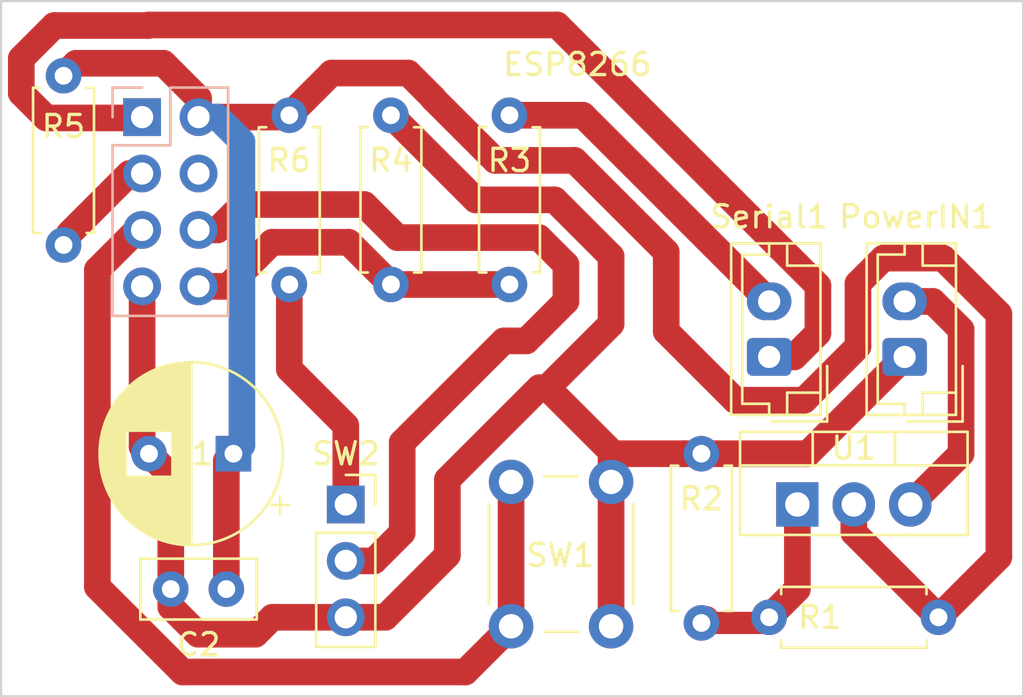
<source format=kicad_pcb>
(kicad_pcb (version 20221018) (generator pcbnew)
  (layers (0 "F.Cu" signal) (31 "B.Cu" signal) (34 "B.Paste" user) (35 "F.Paste" user) (36 "B.SilkS" user "B.Silkscreen") (37 "F.SilkS" user "F.Silkscreen") (38 "B.Mask" user) (39 "F.Mask" user) (44 "Edge.Cuts" user))
  (net 0 "")
  (net 1 "+3.3V")
  (net 2 "GND")
  (net 3 "TX")
  (net 4 "Net-(U1-ADJ)")
  (net 5 "RX")
  (net 6 "Net-(SW2A-A)")
  (net 7 "VCC")
  (net 8 "Net-(ESP8266-Pin_3)")
  (net 10 "Net-(ESP8266-Pin_5)")
  (net 11 "Net-(ESP8266-Pin_6)")
  (net 12 "Net-(ESP8266-Pin_8)")
  (footprint "Connector_PinSocket_2.54mm:PinSocket_1x03_P2.54mm_Vertical" (layer "F.Cu") (at 169.164 107.442)
    (fp_text reference "SW2" (at 0 -2.286 180) (layer "F.SilkS"))
    (fp_text value "SW_DPDT_x2")
    (fp_line (start -1.33 1.27) (end -1.33 6.41) (stroke (width 0.12)) (layer "F.SilkS"))
    (fp_line (start -1.33 1.27) (end 1.33 1.27) (stroke (width 0.12)) (layer "F.SilkS"))
    (fp_line (start -1.33 6.41) (end 1.33 6.41) (stroke (width 0.12)) (layer "F.SilkS"))
    (fp_line (start 0 -1.33) (end 1.33 -1.33) (stroke (width 0.12)) (layer "F.SilkS"))
    (fp_line (start 1.33 -1.33) (end 1.33 0) (stroke (width 0.12)) (layer "F.SilkS"))
    (fp_line (start 1.33 1.27) (end 1.33 6.41) (stroke (width 0.12)) (layer "F.SilkS"))
    (pad "1" thru_hole rect (at 0 0) (size 1.7 1.7) (drill 1) (layers "*.Cu" "*.Mask") (net 6 "Net-(SW2A-A)"))
    (pad "2" thru_hole oval (at 0 2.54) (size 1.7 1.7) (drill 1) (layers "*.Cu" "*.Mask") (net 11 "Net-(ESP8266-Pin_6)"))
    (pad "3" thru_hole oval (at 0 5.08) (size 1.7 1.7) (drill 1) (layers "*.Cu" "*.Mask") (net 2 "GND"))
  )
  (footprint "Resistor_THT:R_Axial_DIN0207_L6.3mm_D2.5mm_P7.62mm_Horizontal" (layer "F.Cu") (at 185.166 112.776 90)
    (fp_text reference "R2" (at 5.588 0 180) (layer "F.SilkS"))
    (fp_text value "330")
    (fp_line (start 0.54 -1.37) (end 7.08 -1.37) (stroke (width 0.12)) (layer "F.SilkS"))
    (fp_line (start 0.54 -1.04) (end 0.54 -1.37) (stroke (width 0.12)) (layer "F.SilkS"))
    (fp_line (start 0.54 1.04) (end 0.54 1.37) (stroke (width 0.12)) (layer "F.SilkS"))
    (fp_line (start 0.54 1.37) (end 7.08 1.37) (stroke (width 0.12)) (layer "F.SilkS"))
    (fp_line (start 7.08 -1.37) (end 7.08 -1.04) (stroke (width 0.12)) (layer "F.SilkS"))
    (fp_line (start 7.08 1.37) (end 7.08 1.04) (stroke (width 0.12)) (layer "F.SilkS"))
    (pad "1" thru_hole circle (at 0 0 90) (size 1.6 1.6) (drill 0.8) (layers "*.Cu" "*.Mask") (net 4 "Net-(U1-ADJ)"))
    (pad "2" thru_hole oval (at 7.62 0 90) (size 1.6 1.6) (drill 0.8) (layers "*.Cu" "*.Mask") (net 2 "GND"))
  )
  (footprint "Resistor_THT:R_Axial_DIN0207_L6.3mm_D2.5mm_P7.62mm_Horizontal" (layer "F.Cu") (at 166.624 89.916 -90)
    (fp_text reference "R6" (at 2.032 0 -180) (layer "F.SilkS"))
    (fp_text value "10k")
    (fp_line (start 0.54 -1.37) (end 7.08 -1.37) (stroke (width 0.12)) (layer "F.SilkS"))
    (fp_line (start 0.54 -1.04) (end 0.54 -1.37) (stroke (width 0.12)) (layer "F.SilkS"))
    (fp_line (start 0.54 1.04) (end 0.54 1.37) (stroke (width 0.12)) (layer "F.SilkS"))
    (fp_line (start 0.54 1.37) (end 7.08 1.37) (stroke (width 0.12)) (layer "F.SilkS"))
    (fp_line (start 7.08 -1.37) (end 7.08 -1.04) (stroke (width 0.12)) (layer "F.SilkS"))
    (fp_line (start 7.08 1.37) (end 7.08 1.04) (stroke (width 0.12)) (layer "F.SilkS"))
    (pad "1" thru_hole circle (at 0 0 270) (size 1.6 1.6) (drill 0.8) (layers "*.Cu" "*.Mask") (net 1 "+3.3V"))
    (pad "2" thru_hole oval (at 7.62 0 270) (size 1.6 1.6) (drill 0.8) (layers "*.Cu" "*.Mask") (net 6 "Net-(SW2A-A)"))
  )
  (footprint "Resistor_THT:R_Axial_DIN0207_L6.3mm_D2.5mm_P7.62mm_Horizontal" (layer "F.Cu") (at 171.196 97.536 90)
    (fp_text reference "R4" (at 5.588 0 180) (layer "F.SilkS"))
    (fp_text value "2k")
    (fp_line (start 0.54 -1.37) (end 7.08 -1.37) (stroke (width 0.12)) (layer "F.SilkS"))
    (fp_line (start 0.54 -1.04) (end 0.54 -1.37) (stroke (width 0.12)) (layer "F.SilkS"))
    (fp_line (start 0.54 1.04) (end 0.54 1.37) (stroke (width 0.12)) (layer "F.SilkS"))
    (fp_line (start 0.54 1.37) (end 7.08 1.37) (stroke (width 0.12)) (layer "F.SilkS"))
    (fp_line (start 7.08 -1.37) (end 7.08 -1.04) (stroke (width 0.12)) (layer "F.SilkS"))
    (fp_line (start 7.08 1.37) (end 7.08 1.04) (stroke (width 0.12)) (layer "F.SilkS"))
    (pad "1" thru_hole circle (at 0 0 90) (size 1.6 1.6) (drill 0.8) (layers "*.Cu" "*.Mask") (net 12 "Net-(ESP8266-Pin_8)"))
    (pad "2" thru_hole oval (at 7.62 0 90) (size 1.6 1.6) (drill 0.8) (layers "*.Cu" "*.Mask") (net 2 "GND"))
  )
  (footprint "Capacitor_THT:CP_Radial_D8.0mm_P3.80mm" (layer "F.Cu") (at 164.108651 105.156 180)
    (fp_text reference "C1" (at 1.9 0) (layer "F.SilkS"))
    (fp_text value "680uF")
    (fp_line (start -2.509698 -2.315) (end -1.709698 -2.315) (stroke (width 0.12)) (layer "F.SilkS"))
    (fp_line (start -2.109698 -2.715) (end -2.109698 -1.915) (stroke (width 0.12)) (layer "F.SilkS"))
    (fp_line (start 1.9 -4.08) (end 1.9 4.08) (stroke (width 0.12)) (layer "F.SilkS"))
    (fp_line (start 1.94 -4.08) (end 1.94 4.08) (stroke (width 0.12)) (layer "F.SilkS"))
    (fp_line (start 1.98 -4.08) (end 1.98 4.08) (stroke (width 0.12)) (layer "F.SilkS"))
    (fp_line (start 2.02 -4.079) (end 2.02 4.079) (stroke (width 0.12)) (layer "F.SilkS"))
    (fp_line (start 2.06 -4.077) (end 2.06 4.077) (stroke (width 0.12)) (layer "F.SilkS"))
    (fp_line (start 2.1 -4.076) (end 2.1 4.076) (stroke (width 0.12)) (layer "F.SilkS"))
    (fp_line (start 2.14 -4.074) (end 2.14 4.074) (stroke (width 0.12)) (layer "F.SilkS"))
    (fp_line (start 2.18 -4.071) (end 2.18 4.071) (stroke (width 0.12)) (layer "F.SilkS"))
    (fp_line (start 2.22 -4.068) (end 2.22 4.068) (stroke (width 0.12)) (layer "F.SilkS"))
    (fp_line (start 2.26 -4.065) (end 2.26 4.065) (stroke (width 0.12)) (layer "F.SilkS"))
    (fp_line (start 2.3 -4.061) (end 2.3 4.061) (stroke (width 0.12)) (layer "F.SilkS"))
    (fp_line (start 2.34 -4.057) (end 2.34 4.057) (stroke (width 0.12)) (layer "F.SilkS"))
    (fp_line (start 2.38 -4.052) (end 2.38 4.052) (stroke (width 0.12)) (layer "F.SilkS"))
    (fp_line (start 2.42 -4.048) (end 2.42 4.048) (stroke (width 0.12)) (layer "F.SilkS"))
    (fp_line (start 2.46 -4.042) (end 2.46 4.042) (stroke (width 0.12)) (layer "F.SilkS"))
    (fp_line (start 2.5 -4.037) (end 2.5 4.037) (stroke (width 0.12)) (layer "F.SilkS"))
    (fp_line (start 2.54 -4.03) (end 2.54 4.03) (stroke (width 0.12)) (layer "F.SilkS"))
    (fp_line (start 2.58 -4.024) (end 2.58 4.024) (stroke (width 0.12)) (layer "F.SilkS"))
    (fp_line (start 2.621 -4.017) (end 2.621 4.017) (stroke (width 0.12)) (layer "F.SilkS"))
    (fp_line (start 2.661 -4.01) (end 2.661 4.01) (stroke (width 0.12)) (layer "F.SilkS"))
    (fp_line (start 2.701 -4.002) (end 2.701 4.002) (stroke (width 0.12)) (layer "F.SilkS"))
    (fp_line (start 2.741 -3.994) (end 2.741 3.994) (stroke (width 0.12)) (layer "F.SilkS"))
    (fp_line (start 2.781 -3.985) (end 2.781 -1.04) (stroke (width 0.12)) (layer "F.SilkS"))
    (fp_line (start 2.781 1.04) (end 2.781 3.985) (stroke (width 0.12)) (layer "F.SilkS"))
    (fp_line (start 2.821 -3.976) (end 2.821 -1.04) (stroke (width 0.12)) (layer "F.SilkS"))
    (fp_line (start 2.821 1.04) (end 2.821 3.976) (stroke (width 0.12)) (layer "F.SilkS"))
    (fp_line (start 2.861 -3.967) (end 2.861 -1.04) (stroke (width 0.12)) (layer "F.SilkS"))
    (fp_line (start 2.861 1.04) (end 2.861 3.967) (stroke (width 0.12)) (layer "F.SilkS"))
    (fp_line (start 2.901 -3.957) (end 2.901 -1.04) (stroke (width 0.12)) (layer "F.SilkS"))
    (fp_line (start 2.901 1.04) (end 2.901 3.957) (stroke (width 0.12)) (layer "F.SilkS"))
    (fp_line (start 2.941 -3.947) (end 2.941 -1.04) (stroke (width 0.12)) (layer "F.SilkS"))
    (fp_line (start 2.941 1.04) (end 2.941 3.947) (stroke (width 0.12)) (layer "F.SilkS"))
    (fp_line (start 2.981 -3.936) (end 2.981 -1.04) (stroke (width 0.12)) (layer "F.SilkS"))
    (fp_line (start 2.981 1.04) (end 2.981 3.936) (stroke (width 0.12)) (layer "F.SilkS"))
    (fp_line (start 3.021 -3.925) (end 3.021 -1.04) (stroke (width 0.12)) (layer "F.SilkS"))
    (fp_line (start 3.021 1.04) (end 3.021 3.925) (stroke (width 0.12)) (layer "F.SilkS"))
    (fp_line (start 3.061 -3.914) (end 3.061 -1.04) (stroke (width 0.12)) (layer "F.SilkS"))
    (fp_line (start 3.061 1.04) (end 3.061 3.914) (stroke (width 0.12)) (layer "F.SilkS"))
    (fp_line (start 3.101 -3.902) (end 3.101 -1.04) (stroke (width 0.12)) (layer "F.SilkS"))
    (fp_line (start 3.101 1.04) (end 3.101 3.902) (stroke (width 0.12)) (layer "F.SilkS"))
    (fp_line (start 3.141 -3.889) (end 3.141 -1.04) (stroke (width 0.12)) (layer "F.SilkS"))
    (fp_line (start 3.141 1.04) (end 3.141 3.889) (stroke (width 0.12)) (layer "F.SilkS"))
    (fp_line (start 3.181 -3.877) (end 3.181 -1.04) (stroke (width 0.12)) (layer "F.SilkS"))
    (fp_line (start 3.181 1.04) (end 3.181 3.877) (stroke (width 0.12)) (layer "F.SilkS"))
    (fp_line (start 3.221 -3.863) (end 3.221 -1.04) (stroke (width 0.12)) (layer "F.SilkS"))
    (fp_line (start 3.221 1.04) (end 3.221 3.863) (stroke (width 0.12)) (layer "F.SilkS"))
    (fp_line (start 3.261 -3.85) (end 3.261 -1.04) (stroke (width 0.12)) (layer "F.SilkS"))
    (fp_line (start 3.261 1.04) (end 3.261 3.85) (stroke (width 0.12)) (layer "F.SilkS"))
    (fp_line (start 3.301 -3.835) (end 3.301 -1.04) (stroke (width 0.12)) (layer "F.SilkS"))
    (fp_line (start 3.301 1.04) (end 3.301 3.835) (stroke (width 0.12)) (layer "F.SilkS"))
    (fp_line (start 3.341 -3.821) (end 3.341 -1.04) (stroke (width 0.12)) (layer "F.SilkS"))
    (fp_line (start 3.341 1.04) (end 3.341 3.821) (stroke (width 0.12)) (layer "F.SilkS"))
    (fp_line (start 3.381 -3.805) (end 3.381 -1.04) (stroke (width 0.12)) (layer "F.SilkS"))
    (fp_line (start 3.381 1.04) (end 3.381 3.805) (stroke (width 0.12)) (layer "F.SilkS"))
    (fp_line (start 3.421 -3.79) (end 3.421 -1.04) (stroke (width 0.12)) (layer "F.SilkS"))
    (fp_line (start 3.421 1.04) (end 3.421 3.79) (stroke (width 0.12)) (layer "F.SilkS"))
    (fp_line (start 3.461 -3.774) (end 3.461 -1.04) (stroke (width 0.12)) (layer "F.SilkS"))
    (fp_line (start 3.461 1.04) (end 3.461 3.774) (stroke (width 0.12)) (layer "F.SilkS"))
    (fp_line (start 3.501 -3.757) (end 3.501 -1.04) (stroke (width 0.12)) (layer "F.SilkS"))
    (fp_line (start 3.501 1.04) (end 3.501 3.757) (stroke (width 0.12)) (layer "F.SilkS"))
    (fp_line (start 3.541 -3.74) (end 3.541 -1.04) (stroke (width 0.12)) (layer "F.SilkS"))
    (fp_line (start 3.541 1.04) (end 3.541 3.74) (stroke (width 0.12)) (layer "F.SilkS"))
    (fp_line (start 3.581 -3.722) (end 3.581 -1.04) (stroke (width 0.12)) (layer "F.SilkS"))
    (fp_line (start 3.581 1.04) (end 3.581 3.722) (stroke (width 0.12)) (layer "F.SilkS"))
    (fp_line (start 3.621 -3.704) (end 3.621 -1.04) (stroke (width 0.12)) (layer "F.SilkS"))
    (fp_line (start 3.621 1.04) (end 3.621 3.704) (stroke (width 0.12)) (layer "F.SilkS"))
    (fp_line (start 3.661 -3.686) (end 3.661 -1.04) (stroke (width 0.12)) (layer "F.SilkS"))
    (fp_line (start 3.661 1.04) (end 3.661 3.686) (stroke (width 0.12)) (layer "F.SilkS"))
    (fp_line (start 3.701 -3.666) (end 3.701 -1.04) (stroke (width 0.12)) (layer "F.SilkS"))
    (fp_line (start 3.701 1.04) (end 3.701 3.666) (stroke (width 0.12)) (layer "F.SilkS"))
    (fp_line (start 3.741 -3.647) (end 3.741 -1.04) (stroke (width 0.12)) (layer "F.SilkS"))
    (fp_line (start 3.741 1.04) (end 3.741 3.647) (stroke (width 0.12)) (layer "F.SilkS"))
    (fp_line (start 3.781 -3.627) (end 3.781 -1.04) (stroke (width 0.12)) (layer "F.SilkS"))
    (fp_line (start 3.781 1.04) (end 3.781 3.627) (stroke (width 0.12)) (layer "F.SilkS"))
    (fp_line (start 3.821 -3.606) (end 3.821 -1.04) (stroke (width 0.12)) (layer "F.SilkS"))
    (fp_line (start 3.821 1.04) (end 3.821 3.606) (stroke (width 0.12)) (layer "F.SilkS"))
    (fp_line (start 3.861 -3.584) (end 3.861 -1.04) (stroke (width 0.12)) (layer "F.SilkS"))
    (fp_line (start 3.861 1.04) (end 3.861 3.584) (stroke (width 0.12)) (layer "F.SilkS"))
    (fp_line (start 3.901 -3.562) (end 3.901 -1.04) (stroke (width 0.12)) (layer "F.SilkS"))
    (fp_line (start 3.901 1.04) (end 3.901 3.562) (stroke (width 0.12)) (layer "F.SilkS"))
    (fp_line (start 3.941 -3.54) (end 3.941 -1.04) (stroke (width 0.12)) (layer "F.SilkS"))
    (fp_line (start 3.941 1.04) (end 3.941 3.54) (stroke (width 0.12)) (layer "F.SilkS"))
    (fp_line (start 3.981 -3.517) (end 3.981 -1.04) (stroke (width 0.12)) (layer "F.SilkS"))
    (fp_line (start 3.981 1.04) (end 3.981 3.517) (stroke (width 0.12)) (layer "F.SilkS"))
    (fp_line (start 4.021 -3.493) (end 4.021 -1.04) (stroke (width 0.12)) (layer "F.SilkS"))
    (fp_line (start 4.021 1.04) (end 4.021 3.493) (stroke (width 0.12)) (layer "F.SilkS"))
    (fp_line (start 4.061 -3.469) (end 4.061 -1.04) (stroke (width 0.12)) (layer "F.SilkS"))
    (fp_line (start 4.061 1.04) (end 4.061 3.469) (stroke (width 0.12)) (layer "F.SilkS"))
    (fp_line (start 4.101 -3.444) (end 4.101 -1.04) (stroke (width 0.12)) (layer "F.SilkS"))
    (fp_line (start 4.101 1.04) (end 4.101 3.444) (stroke (width 0.12)) (layer "F.SilkS"))
    (fp_line (start 4.141 -3.418) (end 4.141 -1.04) (stroke (width 0.12)) (layer "F.SilkS"))
    (fp_line (start 4.141 1.04) (end 4.141 3.418) (stroke (width 0.12)) (layer "F.SilkS"))
    (fp_line (start 4.181 -3.392) (end 4.181 -1.04) (stroke (width 0.12)) (layer "F.SilkS"))
    (fp_line (start 4.181 1.04) (end 4.181 3.392) (stroke (width 0.12)) (layer "F.SilkS"))
    (fp_line (start 4.221 -3.365) (end 4.221 -1.04) (stroke (width 0.12)) (layer "F.SilkS"))
    (fp_line (start 4.221 1.04) (end 4.221 3.365) (stroke (width 0.12)) (layer "F.SilkS"))
    (fp_line (start 4.261 -3.338) (end 4.261 -1.04) (stroke (width 0.12)) (layer "F.SilkS"))
    (fp_line (start 4.261 1.04) (end 4.261 3.338) (stroke (width 0.12)) (layer "F.SilkS"))
    (fp_line (start 4.301 -3.309) (end 4.301 -1.04) (stroke (width 0.12)) (layer "F.SilkS"))
    (fp_line (start 4.301 1.04) (end 4.301 3.309) (stroke (width 0.12)) (layer "F.SilkS"))
    (fp_line (start 4.341 -3.28) (end 4.341 -1.04) (stroke (width 0.12)) (layer "F.SilkS"))
    (fp_line (start 4.341 1.04) (end 4.341 3.28) (stroke (width 0.12)) (layer "F.SilkS"))
    (fp_line (start 4.381 -3.25) (end 4.381 -1.04) (stroke (width 0.12)) (layer "F.SilkS"))
    (fp_line (start 4.381 1.04) (end 4.381 3.25) (stroke (width 0.12)) (layer "F.SilkS"))
    (fp_line (start 4.421 -3.22) (end 4.421 -1.04) (stroke (width 0.12)) (layer "F.SilkS"))
    (fp_line (start 4.421 1.04) (end 4.421 3.22) (stroke (width 0.12)) (layer "F.SilkS"))
    (fp_line (start 4.461 -3.189) (end 4.461 -1.04) (stroke (width 0.12)) (layer "F.SilkS"))
    (fp_line (start 4.461 1.04) (end 4.461 3.189) (stroke (width 0.12)) (layer "F.SilkS"))
    (fp_line (start 4.501 -3.156) (end 4.501 -1.04) (stroke (width 0.12)) (layer "F.SilkS"))
    (fp_line (start 4.501 1.04) (end 4.501 3.156) (stroke (width 0.12)) (layer "F.SilkS"))
    (fp_line (start 4.541 -3.124) (end 4.541 -1.04) (stroke (width 0.12)) (layer "F.SilkS"))
    (fp_line (start 4.541 1.04) (end 4.541 3.124) (stroke (width 0.12)) (layer "F.SilkS"))
    (fp_line (start 4.581 -3.09) (end 4.581 -1.04) (stroke (width 0.12)) (layer "F.SilkS"))
    (fp_line (start 4.581 1.04) (end 4.581 3.09) (stroke (width 0.12)) (layer "F.SilkS"))
    (fp_line (start 4.621 -3.055) (end 4.621 -1.04) (stroke (width 0.12)) (layer "F.SilkS"))
    (fp_line (start 4.621 1.04) (end 4.621 3.055) (stroke (width 0.12)) (layer "F.SilkS"))
    (fp_line (start 4.661 -3.019) (end 4.661 -1.04) (stroke (width 0.12)) (layer "F.SilkS"))
    (fp_line (start 4.661 1.04) (end 4.661 3.019) (stroke (width 0.12)) (layer "F.SilkS"))
    (fp_line (start 4.701 -2.983) (end 4.701 -1.04) (stroke (width 0.12)) (layer "F.SilkS"))
    (fp_line (start 4.701 1.04) (end 4.701 2.983) (stroke (width 0.12)) (layer "F.SilkS"))
    (fp_line (start 4.741 -2.945) (end 4.741 -1.04) (stroke (width 0.12)) (layer "F.SilkS"))
    (fp_line (start 4.741 1.04) (end 4.741 2.945) (stroke (width 0.12)) (layer "F.SilkS"))
    (fp_line (start 4.781 -2.907) (end 4.781 -1.04) (stroke (width 0.12)) (layer "F.SilkS"))
    (fp_line (start 4.781 1.04) (end 4.781 2.907) (stroke (width 0.12)) (layer "F.SilkS"))
    (fp_line (start 4.821 -2.867) (end 4.821 -1.04) (stroke (width 0.12)) (layer "F.SilkS"))
    (fp_line (start 4.821 1.04) (end 4.821 2.867) (stroke (width 0.12)) (layer "F.SilkS"))
    (fp_line (start 4.861 -2.826) (end 4.861 2.826) (stroke (width 0.12)) (layer "F.SilkS"))
    (fp_line (start 4.901 -2.784) (end 4.901 2.784) (stroke (width 0.12)) (layer "F.SilkS"))
    (fp_line (start 4.941 -2.741) (end 4.941 2.741) (stroke (width 0.12)) (layer "F.SilkS"))
    (fp_line (start 4.981 -2.697) (end 4.981 2.697) (stroke (width 0.12)) (layer "F.SilkS"))
    (fp_line (start 5.021 -2.651) (end 5.021 2.651) (stroke (width 0.12)) (layer "F.SilkS"))
    (fp_line (start 5.061 -2.604) (end 5.061 2.604) (stroke (width 0.12)) (layer "F.SilkS"))
    (fp_line (start 5.101 -2.556) (end 5.101 2.556) (stroke (width 0.12)) (layer "F.SilkS"))
    (fp_line (start 5.141 -2.505) (end 5.141 2.505) (stroke (width 0.12)) (layer "F.SilkS"))
    (fp_line (start 5.181 -2.454) (end 5.181 2.454) (stroke (width 0.12)) (layer "F.SilkS"))
    (fp_line (start 5.221 -2.4) (end 5.221 2.4) (stroke (width 0.12)) (layer "F.SilkS"))
    (fp_line (start 5.261 -2.345) (end 5.261 2.345) (stroke (width 0.12)) (layer "F.SilkS"))
    (fp_line (start 5.301 -2.287) (end 5.301 2.287) (stroke (width 0.12)) (layer "F.SilkS"))
    (fp_line (start 5.341 -2.228) (end 5.341 2.228) (stroke (width 0.12)) (layer "F.SilkS"))
    (fp_line (start 5.381 -2.166) (end 5.381 2.166) (stroke (width 0.12)) (layer "F.SilkS"))
    (fp_line (start 5.421 -2.102) (end 5.421 2.102) (stroke (width 0.12)) (layer "F.SilkS"))
    (fp_line (start 5.461 -2.034) (end 5.461 2.034) (stroke (width 0.12)) (layer "F.SilkS"))
    (fp_line (start 5.501 -1.964) (end 5.501 1.964) (stroke (width 0.12)) (layer "F.SilkS"))
    (fp_line (start 5.541 -1.89) (end 5.541 1.89) (stroke (width 0.12)) (layer "F.SilkS"))
    (fp_line (start 5.581 -1.813) (end 5.581 1.813) (stroke (width 0.12)) (layer "F.SilkS"))
    (fp_line (start 5.621 -1.731) (end 5.621 1.731) (stroke (width 0.12)) (layer "F.SilkS"))
    (fp_line (start 5.661 -1.645) (end 5.661 1.645) (stroke (width 0.12)) (layer "F.SilkS"))
    (fp_line (start 5.701 -1.552) (end 5.701 1.552) (stroke (width 0.12)) (layer "F.SilkS"))
    (fp_line (start 5.741 -1.453) (end 5.741 1.453) (stroke (width 0.12)) (layer "F.SilkS"))
    (fp_line (start 5.781 -1.346) (end 5.781 1.346) (stroke (width 0.12)) (layer "F.SilkS"))
    (fp_line (start 5.821 -1.229) (end 5.821 1.229) (stroke (width 0.12)) (layer "F.SilkS"))
    (fp_line (start 5.861 -1.098) (end 5.861 1.098) (stroke (width 0.12)) (layer "F.SilkS"))
    (fp_line (start 5.901 -0.948) (end 5.901 0.948) (stroke (width 0.12)) (layer "F.SilkS"))
    (fp_line (start 5.941 -0.768) (end 5.941 0.768) (stroke (width 0.12)) (layer "F.SilkS"))
    (fp_line (start 5.981 -0.533) (end 5.981 0.533) (stroke (width 0.12)) (layer "F.SilkS"))
    (fp_circle (center 1.9 0) (end 6.02 0) (stroke (width 0.12)) (fill none) (layer "F.SilkS"))
    (pad "1" thru_hole rect (at 0 0 180) (size 1.6 1.6) (drill 0.8) (layers "*.Cu" "*.Mask") (net 1 "+3.3V"))
    (pad "2" thru_hole circle (at 3.8 0 180) (size 1.6 1.6) (drill 0.8) (layers "*.Cu" "*.Mask") (net 2 "GND"))
  )
  (footprint "Resistor_THT:R_Axial_DIN0207_L6.3mm_D2.5mm_P7.62mm_Horizontal" (layer "F.Cu") (at 195.834 112.522 180)
    (fp_text reference "R1" (at 5.334 0) (layer "F.SilkS"))
    (fp_text value "200")
    (fp_line (start 0.54 -1.37) (end 7.08 -1.37) (stroke (width 0.12)) (layer "F.SilkS"))
    (fp_line (start 0.54 -1.04) (end 0.54 -1.37) (stroke (width 0.12)) (layer "F.SilkS"))
    (fp_line (start 0.54 1.04) (end 0.54 1.37) (stroke (width 0.12)) (layer "F.SilkS"))
    (fp_line (start 0.54 1.37) (end 7.08 1.37) (stroke (width 0.12)) (layer "F.SilkS"))
    (fp_line (start 7.08 -1.37) (end 7.08 -1.04) (stroke (width 0.12)) (layer "F.SilkS"))
    (fp_line (start 7.08 1.37) (end 7.08 1.04) (stroke (width 0.12)) (layer "F.SilkS"))
    (pad "1" thru_hole circle (at 0 0 180) (size 1.6 1.6) (drill 0.8) (layers "*.Cu" "*.Mask") (net 1 "+3.3V"))
    (pad "2" thru_hole oval (at 7.62 0 180) (size 1.6 1.6) (drill 0.8) (layers "*.Cu" "*.Mask") (net 4 "Net-(U1-ADJ)"))
  )
  (footprint "Capacitor_THT:C_Disc_D5.0mm_W2.5mm_P2.50mm" (layer "F.Cu") (at 163.79 111.252 180)
    (fp_text reference "C2" (at 1.25 -2.5) (layer "F.SilkS"))
    (fp_text value "10nF")
    (fp_line (start -1.37 -1.37) (end -1.37 1.37) (stroke (width 0.12)) (layer "F.SilkS"))
    (fp_line (start -1.37 -1.37) (end 3.87 -1.37) (stroke (width 0.12)) (layer "F.SilkS"))
    (fp_line (start -1.37 1.37) (end 3.87 1.37) (stroke (width 0.12)) (layer "F.SilkS"))
    (fp_line (start 3.87 -1.37) (end 3.87 1.37) (stroke (width 0.12)) (layer "F.SilkS"))
    (pad "1" thru_hole circle (at 0 0 180) (size 1.6 1.6) (drill 0.8) (layers "*.Cu" "*.Mask") (net 1 "+3.3V"))
    (pad "2" thru_hole circle (at 2.5 0 180) (size 1.6 1.6) (drill 0.8) (layers "*.Cu" "*.Mask") (net 2 "GND"))
  )
  (footprint "Package_TO_SOT_THT:TO-220-3_Vertical" (layer "F.Cu") (at 189.484 107.442)
    (fp_text reference "U1" (at 2.54 -2.54) (layer "F.SilkS"))
    (fp_text value "LM317_TO-220")
    (fp_line (start -2.58 -3.27) (end -2.58 1.371) (stroke (width 0.12)) (layer "F.SilkS"))
    (fp_line (start -2.58 -3.27) (end 7.66 -3.27) (stroke (width 0.12)) (layer "F.SilkS"))
    (fp_line (start -2.58 -1.76) (end 7.66 -1.76) (stroke (width 0.12)) (layer "F.SilkS"))
    (fp_line (start -2.58 1.371) (end 7.66 1.371) (stroke (width 0.12)) (layer "F.SilkS"))
    (fp_line (start 0.69 -3.27) (end 0.69 -1.76) (stroke (width 0.12)) (layer "F.SilkS"))
    (fp_line (start 4.391 -3.27) (end 4.391 -1.76) (stroke (width 0.12)) (layer "F.SilkS"))
    (fp_line (start 7.66 -3.27) (end 7.66 1.371) (stroke (width 0.12)) (layer "F.SilkS"))
    (pad "1" thru_hole rect (at 0 0) (size 1.905 2) (drill 1.1) (layers "*.Cu" "*.Mask") (net 4 "Net-(U1-ADJ)"))
    (pad "2" thru_hole oval (at 2.54 0) (size 1.905 2) (drill 1.1) (layers "*.Cu" "*.Mask") (net 1 "+3.3V"))
    (pad "3" thru_hole oval (at 5.08 0) (size 1.905 2) (drill 1.1) (layers "*.Cu" "*.Mask") (net 7 "VCC"))
  )
  (footprint "Connector_JST:JST_EH_B2B-EH-A_1x02_P2.50mm_Vertical" (layer "F.Cu") (at 194.31 100.798 90)
    (fp_text reference "PowerIN1" (at 6.31 0.508 180) (layer "F.SilkS"))
    (fp_text value "JST-2P")
    (fp_line (start -2.91 0.11) (end -2.91 2.61) (stroke (width 0.12)) (layer "F.SilkS"))
    (fp_line (start -2.91 2.61) (end -0.41 2.61) (stroke (width 0.12)) (layer "F.SilkS"))
    (fp_line (start -2.61 -1.71) (end -2.61 2.31) (stroke (width 0.12)) (layer "F.SilkS"))
    (fp_line (start -2.61 0) (end -2.11 0) (stroke (width 0.12)) (layer "F.SilkS"))
    (fp_line (start -2.61 0.81) (end -1.61 0.81) (stroke (width 0.12)) (layer "F.SilkS"))
    (fp_line (start -2.61 2.31) (end 5.11 2.31) (stroke (width 0.12)) (layer "F.SilkS"))
    (fp_line (start -2.11 -1.21) (end 4.61 -1.21) (stroke (width 0.12)) (layer "F.SilkS"))
    (fp_line (start -2.11 0) (end -2.11 -1.21) (stroke (width 0.12)) (layer "F.SilkS"))
    (fp_line (start -1.61 0.81) (end -1.61 2.31) (stroke (width 0.12)) (layer "F.SilkS"))
    (fp_line (start 4.11 0.81) (end 4.11 2.31) (stroke (width 0.12)) (layer "F.SilkS"))
    (fp_line (start 4.61 -1.21) (end 4.61 0) (stroke (width 0.12)) (layer "F.SilkS"))
    (fp_line (start 4.61 0) (end 5.11 0) (stroke (width 0.12)) (layer "F.SilkS"))
    (fp_line (start 5.11 -1.71) (end -2.61 -1.71) (stroke (width 0.12)) (layer "F.SilkS"))
    (fp_line (start 5.11 0.81) (end 4.11 0.81) (stroke (width 0.12)) (layer "F.SilkS"))
    (fp_line (start 5.11 2.31) (end 5.11 -1.71) (stroke (width 0.12)) (layer "F.SilkS"))
    (pad "1" thru_hole roundrect (at 0 0 90) (size 1.7 2) (drill 1) (layers "*.Cu" "*.Mask") (roundrect_rratio 0.147059) (net 2 "GND"))
    (pad "2" thru_hole oval (at 2.5 0 90) (size 1.7 2) (drill 1) (layers "*.Cu" "*.Mask") (net 7 "VCC"))
  )
  (footprint "Resistor_THT:R_Axial_DIN0207_L6.3mm_D2.5mm_P7.62mm_Horizontal" (layer "F.Cu") (at 156.464 88.138 -90)
    (fp_text reference "R5" (at 2.286 0 -180) (layer "F.SilkS"))
    (fp_text value "10k")
    (fp_line (start 0.54 -1.37) (end 7.08 -1.37) (stroke (width 0.12)) (layer "F.SilkS"))
    (fp_line (start 0.54 -1.04) (end 0.54 -1.37) (stroke (width 0.12)) (layer "F.SilkS"))
    (fp_line (start 0.54 1.04) (end 0.54 1.37) (stroke (width 0.12)) (layer "F.SilkS"))
    (fp_line (start 0.54 1.37) (end 7.08 1.37) (stroke (width 0.12)) (layer "F.SilkS"))
    (fp_line (start 7.08 -1.37) (end 7.08 -1.04) (stroke (width 0.12)) (layer "F.SilkS"))
    (fp_line (start 7.08 1.37) (end 7.08 1.04) (stroke (width 0.12)) (layer "F.SilkS"))
    (pad "1" thru_hole circle (at 0 0 270) (size 1.6 1.6) (drill 0.8) (layers "*.Cu" "*.Mask") (net 1 "+3.3V"))
    (pad "2" thru_hole oval (at 7.62 0 270) (size 1.6 1.6) (drill 0.8) (layers "*.Cu" "*.Mask") (net 8 "Net-(ESP8266-Pin_3)"))
  )
  (footprint "Connector_JST:JST_EH_B2B-EH-A_1x02_P2.50mm_Vertical" (layer "F.Cu") (at 188.214 100.798 90)
    (fp_text reference "Serial1" (at 6.31 0 180) (layer "F.SilkS"))
    (fp_text value "JST-2P")
    (fp_line (start -2.91 0.11) (end -2.91 2.61) (stroke (width 0.12)) (layer "F.SilkS"))
    (fp_line (start -2.91 2.61) (end -0.41 2.61) (stroke (width 0.12)) (layer "F.SilkS"))
    (fp_line (start -2.61 -1.71) (end -2.61 2.31) (stroke (width 0.12)) (layer "F.SilkS"))
    (fp_line (start -2.61 0) (end -2.11 0) (stroke (width 0.12)) (layer "F.SilkS"))
    (fp_line (start -2.61 0.81) (end -1.61 0.81) (stroke (width 0.12)) (layer "F.SilkS"))
    (fp_line (start -2.61 2.31) (end 5.11 2.31) (stroke (width 0.12)) (layer "F.SilkS"))
    (fp_line (start -2.11 -1.21) (end 4.61 -1.21) (stroke (width 0.12)) (layer "F.SilkS"))
    (fp_line (start -2.11 0) (end -2.11 -1.21) (stroke (width 0.12)) (layer "F.SilkS"))
    (fp_line (start -1.61 0.81) (end -1.61 2.31) (stroke (width 0.12)) (layer "F.SilkS"))
    (fp_line (start 4.11 0.81) (end 4.11 2.31) (stroke (width 0.12)) (layer "F.SilkS"))
    (fp_line (start 4.61 -1.21) (end 4.61 0) (stroke (width 0.12)) (layer "F.SilkS"))
    (fp_line (start 4.61 0) (end 5.11 0) (stroke (width 0.12)) (layer "F.SilkS"))
    (fp_line (start 5.11 -1.71) (end -2.61 -1.71) (stroke (width 0.12)) (layer "F.SilkS"))
    (fp_line (start 5.11 0.81) (end 4.11 0.81) (stroke (width 0.12)) (layer "F.SilkS"))
    (fp_line (start 5.11 2.31) (end 5.11 -1.71) (stroke (width 0.12)) (layer "F.SilkS"))
    (pad "1" thru_hole roundrect (at 0 0 90) (size 1.7 2) (drill 1) (layers "*.Cu" "*.Mask") (roundrect_rratio 0.147059) (net 3 "TX"))
    (pad "2" thru_hole oval (at 2.5 0 90) (size 1.7 2) (drill 1) (layers "*.Cu" "*.Mask") (net 5 "RX"))
  )
  (footprint "Resistor_THT:R_Axial_DIN0207_L6.3mm_D2.5mm_P7.62mm_Horizontal" (layer "F.Cu") (at 176.53 89.916 -90)
    (fp_text reference "R3" (at 2.032 0 -180) (layer "F.SilkS"))
    (fp_text value "1k")
    (fp_line (start 0.54 -1.37) (end 7.08 -1.37) (stroke (width 0.12)) (layer "F.SilkS"))
    (fp_line (start 0.54 -1.04) (end 0.54 -1.37) (stroke (width 0.12)) (layer "F.SilkS"))
    (fp_line (start 0.54 1.04) (end 0.54 1.37) (stroke (width 0.12)) (layer "F.SilkS"))
    (fp_line (start 0.54 1.37) (end 7.08 1.37) (stroke (width 0.12)) (layer "F.SilkS"))
    (fp_line (start 7.08 -1.37) (end 7.08 -1.04) (stroke (width 0.12)) (layer "F.SilkS"))
    (fp_line (start 7.08 1.37) (end 7.08 1.04) (stroke (width 0.12)) (layer "F.SilkS"))
    (pad "1" thru_hole circle (at 0 0 270) (size 1.6 1.6) (drill 0.8) (layers "*.Cu" "*.Mask") (net 5 "RX"))
    (pad "2" thru_hole oval (at 7.62 0 270) (size 1.6 1.6) (drill 0.8) (layers "*.Cu" "*.Mask") (net 12 "Net-(ESP8266-Pin_8)"))
  )
  (footprint "Button_Switch_THT:SW_PUSH_6mm" (layer "F.Cu") (at 181.102 106.426 -90)
    (fp_text reference "SW1" (at 3.302 2.286 -180) (layer "F.SilkS"))
    (fp_text value "SW_MEC_5E")
    (fp_line (start -0.25 1.5) (end -0.25 3) (stroke (width 0.12)) (layer "F.SilkS"))
    (fp_line (start 1 5.5) (end 5.5 5.5) (stroke (width 0.12)) (layer "F.SilkS"))
    (fp_line (start 5.5 -1) (end 1 -1) (stroke (width 0.12)) (layer "F.SilkS"))
    (fp_line (start 6.75 3) (end 6.75 1.5) (stroke (width 0.12)) (layer "F.SilkS"))
    (pad "1" thru_hole circle (at 0 0) (size 2 2) (drill 1.1) (layers "*.Cu" "*.Mask") (net 2 "GND"))
    (pad "1" thru_hole circle (at 6.5 0) (size 2 2) (drill 1.1) (layers "*.Cu" "*.Mask") (net 2 "GND"))
    (pad "2" thru_hole circle (at 0 4.5) (size 2 2) (drill 1.1) (layers "*.Cu" "*.Mask") (net 10 "Net-(ESP8266-Pin_5)"))
    (pad "2" thru_hole circle (at 6.5 4.5) (size 2 2) (drill 1.1) (layers "*.Cu" "*.Mask") (net 10 "Net-(ESP8266-Pin_5)"))
  )
  (footprint "Connector_PinSocket_2.54mm:PinSocket_2x04_P2.54mm_Vertical" (layer "B.Cu") (at 160 90 180)
    (fp_text reference "ESP8266" (at -19.578 2.37 180) (layer "F.SilkS"))
    (fp_text value "PinHeader_2x4")
    (fp_line (start -3.87 -8.95) (end 1.33 -8.95) (stroke (width 0.12)) (layer "B.SilkS"))
    (fp_line (start -3.87 1.33) (end -3.87 -8.95) (stroke (width 0.12)) (layer "B.SilkS"))
    (fp_line (start -3.87 1.33) (end -1.27 1.33) (stroke (width 0.12)) (layer "B.SilkS"))
    (fp_line (start -1.27 -1.27) (end 1.33 -1.27) (stroke (width 0.12)) (layer "B.SilkS"))
    (fp_line (start -1.27 1.33) (end -1.27 -1.27) (stroke (width 0.12)) (layer "B.SilkS"))
    (fp_line (start 0 1.33) (end 1.33 1.33) (stroke (width 0.12)) (layer "B.SilkS"))
    (fp_line (start 1.33 -1.27) (end 1.33 -8.95) (stroke (width 0.12)) (layer "B.SilkS"))
    (fp_line (start 1.33 1.33) (end 1.33 0) (stroke (width 0.12)) (layer "B.SilkS"))
    (pad "1" thru_hole rect (at 0 0 180) (size 1.7 1.7) (drill 1) (layers "*.Cu" "*.Mask") (net 3 "TX"))
    (pad "2" thru_hole oval (at -2.54 0 180) (size 1.7 1.7) (drill 1) (layers "*.Cu" "*.Mask") (net 1 "+3.3V"))
    (pad "3" thru_hole oval (at 0 -2.54 180) (size 1.7 1.7) (drill 1) (layers "*.Cu" "*.Mask") (net 8 "Net-(ESP8266-Pin_3)"))
    (pad "4" thru_hole oval (at -2.54 -2.54 180) (size 1.7 1.7) (drill 1) (layers "*.Cu" "*.Mask"))
    (pad "5" thru_hole oval (at 0 -5.08 180) (size 1.7 1.7) (drill 1) (layers "*.Cu" "*.Mask") (net 10 "Net-(ESP8266-Pin_5)"))
    (pad "6" thru_hole oval (at -2.54 -5.08 180) (size 1.7 1.7) (drill 1) (layers "*.Cu" "*.Mask") (net 11 "Net-(ESP8266-Pin_6)"))
    (pad "7" thru_hole oval (at 0 -7.62 180) (size 1.7 1.7) (drill 1) (layers "*.Cu" "*.Mask") (net 2 "GND"))
    (pad "8" thru_hole oval (at -2.54 -7.62 180) (size 1.7 1.7) (drill 1) (layers "*.Cu" "*.Mask") (net 12 "Net-(ESP8266-Pin_8)"))
  )
  (gr_rect (start 153.65555 84.776412) (end 199.644 116.078) (stroke (width 0.1)) (fill none) (layer "Edge.Cuts"))
  (segment (start 162.54 89.154656) (end 162.54 90) (width 1.2) (layer "F.Cu") (net 1))
  (segment (start 193.356249 96.348) (end 196.034163 96.348) (width 1.2) (layer "F.Cu") (net 1))
  (segment (start 162.54 90) (end 166.54 90) (width 1.2) (layer "F.Cu") (net 1))
  (segment (start 173.096 89.161892) (end 175.882108 91.948) (width 1.2) (layer "F.Cu") (net 1))
  (segment (start 192.21 100.33) (end 192.21 97.494249) (width 1.2) (layer "F.Cu") (net 1))
  (segment (start 189.792 102.748) (end 192.21 100.33) (width 1.2) (layer "F.Cu") (net 1))
  (segment (start 175.882108 91.948) (end 179.459836 91.948) (width 1.2) (layer "F.Cu") (net 1))
  (segment (start 186.682108 102.748) (end 189.792 102.748) (width 1.2) (layer "F.Cu") (net 1))
  (segment (start 157.026129 87.575871) (end 160.961215 87.575871) (width 1.2) (layer "F.Cu") (net 1))
  (segment (start 198.55 109.806) (end 195.834 112.522) (width 1.2) (layer "F.Cu") (net 1))
  (segment (start 173.096 89.136108) (end 173.096 89.161892) (width 1.2) (layer "F.Cu") (net 1))
  (segment (start 163.79 105.474651) (end 164.108651 105.156) (width 1.2) (layer "F.Cu") (net 1))
  (segment (start 166.624 89.916) (end 168.524 88.016) (width 1.2) (layer "F.Cu") (net 1))
  (segment (start 192.024 108.712) (end 195.834 112.522) (width 1.2) (layer "F.Cu") (net 1))
  (segment (start 171.975892 88.016) (end 173.096 89.136108) (width 1.2) (layer "F.Cu") (net 1))
  (segment (start 168.524 88.016) (end 171.975892 88.016) (width 1.2) (layer "F.Cu") (net 1))
  (segment (start 183.582918 96.071082) (end 183.582918 99.64881) (width 1.2) (layer "F.Cu") (net 1))
  (segment (start 198.55 98.863837) (end 198.55 109.806) (width 1.2) (layer "F.Cu") (net 1))
  (segment (start 192.024 107.442) (end 192.024 108.712) (width 1.2) (layer "F.Cu") (net 1))
  (segment (start 160.961215 87.575871) (end 162.54 89.154656) (width 1.2) (layer "F.Cu") (net 1))
  (segment (start 179.459836 91.948) (end 183.582918 96.071082) (width 1.2) (layer "F.Cu") (net 1))
  (segment (start 192.21 97.494249) (end 193.356249 96.348) (width 1.2) (layer "F.Cu") (net 1))
  (segment (start 166.54 90) (end 166.624 89.916) (width 1.2) (layer "F.Cu") (net 1))
  (segment (start 163.79 111.252) (end 163.79 105.474651) (width 1.2) (layer "F.Cu") (net 1))
  (segment (start 156.464 88.138) (end 157.026129 87.575871) (width 1.2) (layer "F.Cu") (net 1))
  (segment (start 196.034163 96.348) (end 198.55 98.863837) (width 1.2) (layer "F.Cu") (net 1))
  (segment (start 183.582918 99.64881) (end 186.682108 102.748) (width 1.2) (layer "F.Cu") (net 1))
  (segment (start 164.49 104.774651) (end 164.108651 105.156) (width 1.2) (layer "B.Cu") (net 1))
  (segment (start 163.39 90) (end 164.49 91.1) (width 1.2) (layer "B.Cu") (net 1))
  (segment (start 162.54 90) (end 163.39 90) (width 1.2) (layer "B.Cu") (net 1))
  (segment (start 164.49 91.1) (end 164.49 104.774651) (width 1.2) (layer "B.Cu") (net 1))
  (segment (start 178.23 102.186) (end 177.87215 102.186) (width 1.2) (layer "F.Cu") (net 2))
  (segment (start 189.952 105.156) (end 194.31 100.798) (width 1.2) (layer "F.Cu") (net 2))
  (segment (start 181.102 105.058) (end 178.23 102.186) (width 1.2) (layer "F.Cu") (net 2))
  (segment (start 181.2 105.156) (end 184.404 105.156) (width 1.2) (layer "F.Cu") (net 2))
  (segment (start 181.102 105.058) (end 181.2 105.156) (width 1.2) (layer "F.Cu") (net 2))
  (segment (start 170.942 112.522) (end 169.164 112.522) (width 1.2) (layer "F.Cu") (net 2))
  (segment (start 181.102 112.926) (end 181.102 106.426) (width 1.2) (layer "F.Cu") (net 2))
  (segment (start 184.404 105.156) (end 185.166 105.156) (width 1.2) (layer "F.Cu") (net 2))
  (segment (start 181.102 96.266) (end 181.102 99.314) (width 1.2) (layer "F.Cu") (net 2))
  (segment (start 175.006 93.726) (end 178.562 93.726) (width 1.2) (layer "F.Cu") (net 2))
  (segment (start 161.29 111.252) (end 161.29 106.137349) (width 1.2) (layer "F.Cu") (net 2))
  (segment (start 185.166 105.156) (end 189.952 105.156) (width 1.2) (layer "F.Cu") (net 2))
  (segment (start 173.736 106.32215) (end 173.736 109.728) (width 1.2) (layer "F.Cu") (net 2))
  (segment (start 173.736 109.728) (end 170.942 112.522) (width 1.2) (layer "F.Cu") (net 2))
  (segment (start 181.102 99.314) (end 178.23 102.186) (width 1.2) (layer "F.Cu") (net 2))
  (segment (start 171.196 89.916) (end 175.006 93.726) (width 1.2) (layer "F.Cu") (net 2))
  (segment (start 161.29 112.052) (end 162.522 113.284) (width 1.2) (layer "F.Cu") (net 2))
  (segment (start 165.862 112.522) (end 169.164 112.522) (width 1.2) (layer "F.Cu") (net 2))
  (segment (start 161.29 106.137349) (end 160.308651 105.156) (width 1.2) (layer "F.Cu") (net 2))
  (segment (start 162.522 113.284) (end 165.1 113.284) (width 1.2) (layer "F.Cu") (net 2))
  (segment (start 160 104.847349) (end 160.308651 105.156) (width 1.2) (layer "F.Cu") (net 2))
  (segment (start 165.1 113.284) (end 165.862 112.522) (width 1.2) (layer "F.Cu") (net 2))
  (segment (start 177.87215 102.186) (end 173.736 106.32215) (width 1.2) (layer "F.Cu") (net 2))
  (segment (start 178.562 93.726) (end 181.102 96.266) (width 1.2) (layer "F.Cu") (net 2))
  (segment (start 160 97.62) (end 160 104.847349) (width 1.2) (layer "F.Cu") (net 2))
  (segment (start 161.29 111.252) (end 161.29 112.052) (width 1.2) (layer "F.Cu") (net 2))
  (segment (start 181.102 106.426) (end 181.102 105.058) (width 1.2) (layer "F.Cu") (net 2))
  (segment (start 160.297871 85.852) (end 178.675277 85.852) (width 1.2) (layer "F.Cu") (net 3))
  (segment (start 154.564 87.358108) (end 156.046237 85.875871) (width 1.2) (layer "F.Cu") (net 3))
  (segment (start 190.406918 99.728918) (end 189.337836 100.798) (width 1.2) (layer "F.Cu") (net 3))
  (segment (start 159.962 90.038) (end 155.684108 90.038) (width 1.2) (layer "F.Cu") (net 3))
  (segment (start 189.337836 100.798) (end 188.214 100.798) (width 1.2) (layer "F.Cu") (net 3))
  (segment (start 156.046237 85.875871) (end 160.274 85.875871) (width 1.2) (layer "F.Cu") (net 3))
  (segment (start 154.564 88.917892) (end 154.564 87.358108) (width 1.2) (layer "F.Cu") (net 3))
  (segment (start 160.274 85.875871) (end 160.297871 85.852) (width 1.2) (layer "F.Cu") (net 3))
  (segment (start 155.684108 90.038) (end 154.564 88.917892) (width 1.2) (layer "F.Cu") (net 3))
  (segment (start 178.675277 85.852) (end 190.406918 97.583641) (width 1.2) (layer "F.Cu") (net 3))
  (segment (start 160 90) (end 159.962 90.038) (width 1.2) (layer "F.Cu") (net 3))
  (segment (start 190.406918 97.583641) (end 190.406918 99.728918) (width 1.2) (layer "F.Cu") (net 3))
  (segment (start 189.484 111.252) (end 188.214 112.522) (width 1.2) (layer "F.Cu") (net 4))
  (segment (start 189.484 107.442) (end 189.484 111.252) (width 1.2) (layer "F.Cu") (net 4))
  (segment (start 185.42 112.522) (end 185.166 112.776) (width 1) (layer "F.Cu") (net 4))
  (segment (start 187.96 112.776) (end 188.214 112.522) (width 1) (layer "F.Cu") (net 4))
  (segment (start 185.166 112.776) (end 187.96 112.776) (width 1) (layer "F.Cu") (net 4))
  (segment (start 179.832 89.916) (end 188.214 98.298) (width 1.2) (layer "F.Cu") (net 5))
  (segment (start 179.832 89.916) (end 176.53 89.916) (width 1.2) (layer "F.Cu") (net 5))
  (segment (start 169.164 103.886) (end 169.164 107.442) (width 1.2) (layer "F.Cu") (net 6))
  (segment (start 166.624 101.346) (end 169.164 103.886) (width 1.2) (layer "F.Cu") (net 6))
  (segment (start 166.624 97.536) (end 166.624 101.346) (width 1.2) (layer "F.Cu") (net 6))
  (segment (start 196.85 99.568) (end 196.85 105.156) (width 1.2) (layer "F.Cu") (net 7))
  (segment (start 194.31 98.298) (end 195.58 98.298) (width 1.2) (layer "F.Cu") (net 7))
  (segment (start 196.85 105.156) (end 194.564 107.442) (width 1.2) (layer "F.Cu") (net 7))
  (segment (start 195.58 98.298) (end 196.85 99.568) (width 1.2) (layer "F.Cu") (net 7))
  (segment (start 160 92.54) (end 159.428 92.54) (width 1.2) (layer "F.Cu") (net 8))
  (segment (start 159.428 92.54) (end 156.718 95.25) (width 1.2) (layer "F.Cu") (net 8))
  (segment (start 174.544 114.984) (end 176.602 112.926) (width 1.2) (layer "F.Cu") (net 10))
  (segment (start 157.988 96.87593) (end 157.988 111.154164) (width 1.2) (layer "F.Cu") (net 10))
  (segment (start 161.817836 114.984) (end 174.544 114.984) (width 1.2) (layer "F.Cu") (net 10))
  (segment (start 176.602 112.926) (end 176.602 106.426) (width 1.2) (layer "F.Cu") (net 10))
  (segment (start 160 95.08) (end 159.78393 95.08) (width 1.2) (layer "F.Cu") (net 10))
  (segment (start 159.78393 95.08) (end 157.988 96.87593) (width 1.2) (layer "F.Cu") (net 10))
  (segment (start 157.988 111.154164) (end 161.817836 114.984) (width 1.2) (layer "F.Cu") (net 10))
  (segment (start 177.292 100.076) (end 179.07 98.298) (width 1.2) (layer "F.Cu") (net 11))
  (segment (start 170.000164 93.936) (end 164.534 93.936) (width 1.2) (layer "F.Cu") (net 11))
  (segment (start 171.704 104.648) (end 176.276 100.076) (width 1.2) (layer "F.Cu") (net 11))
  (segment (start 171.490164 95.426) (end 170.000164 93.936) (width 1.2) (layer "F.Cu") (net 11))
  (segment (start 163.39 95.08) (end 162.54 95.08) (width 1.2) (layer "F.Cu") (net 11))
  (segment (start 171.704 108.712) (end 171.704 104.648) (width 1.2) (layer "F.Cu") (net 11))
  (segment (start 177.857836 95.426) (end 171.490164 95.426) (width 1.2) (layer "F.Cu") (net 11))
  (segment (start 179.07 96.638164) (end 177.857836 95.426) (width 1.2) (layer "F.Cu") (net 11))
  (segment (start 176.276 100.076) (end 177.292 100.076) (width 1.2) (layer "F.Cu") (net 11))
  (segment (start 170.434 109.982) (end 171.704 108.712) (width 1.2) (layer "F.Cu") (net 11))
  (segment (start 179.07 98.298) (end 179.07 96.638164) (width 1.2) (layer "F.Cu") (net 11))
  (segment (start 164.534 93.936) (end 163.39 95.08) (width 1.2) (layer "F.Cu") (net 11))
  (segment (start 169.164 109.982) (end 170.434 109.982) (width 1.2) (layer "F.Cu") (net 11))
  (segment (start 165.844108 95.636) (end 169.296 95.636) (width 1.2) (layer "F.Cu") (net 12))
  (segment (start 169.296 95.636) (end 171.196 97.536) (width 1.2) (layer "F.Cu") (net 12))
  (segment (start 163.860108 97.62) (end 165.844108 95.636) (width 1.2) (layer "F.Cu") (net 12))
  (segment (start 162.54 97.62) (end 163.860108 97.62) (width 1.2) (layer "F.Cu") (net 12))
  (segment (start 171.196 97.536) (end 176.53 97.536) (width 1.2) (layer "F.Cu") (net 12))
)
</source>
